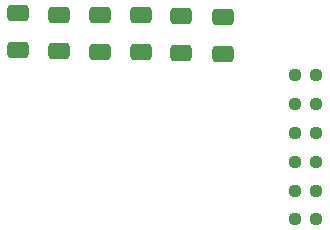
<source format=gtp>
%TF.GenerationSoftware,KiCad,Pcbnew,(6.0.4)*%
%TF.CreationDate,2022-07-25T21:25:33-05:00*%
%TF.ProjectId,SchiitBox,53636869-6974-4426-9f78-2e6b69636164,rev?*%
%TF.SameCoordinates,Original*%
%TF.FileFunction,Paste,Top*%
%TF.FilePolarity,Positive*%
%FSLAX46Y46*%
G04 Gerber Fmt 4.6, Leading zero omitted, Abs format (unit mm)*
G04 Created by KiCad (PCBNEW (6.0.4)) date 2022-07-25 21:25:33*
%MOMM*%
%LPD*%
G01*
G04 APERTURE LIST*
G04 Aperture macros list*
%AMRoundRect*
0 Rectangle with rounded corners*
0 $1 Rounding radius*
0 $2 $3 $4 $5 $6 $7 $8 $9 X,Y pos of 4 corners*
0 Add a 4 corners polygon primitive as box body*
4,1,4,$2,$3,$4,$5,$6,$7,$8,$9,$2,$3,0*
0 Add four circle primitives for the rounded corners*
1,1,$1+$1,$2,$3*
1,1,$1+$1,$4,$5*
1,1,$1+$1,$6,$7*
1,1,$1+$1,$8,$9*
0 Add four rect primitives between the rounded corners*
20,1,$1+$1,$2,$3,$4,$5,0*
20,1,$1+$1,$4,$5,$6,$7,0*
20,1,$1+$1,$6,$7,$8,$9,0*
20,1,$1+$1,$8,$9,$2,$3,0*%
G04 Aperture macros list end*
%ADD10RoundRect,0.237500X-0.250000X-0.237500X0.250000X-0.237500X0.250000X0.237500X-0.250000X0.237500X0*%
%ADD11RoundRect,0.250000X0.650000X-0.412500X0.650000X0.412500X-0.650000X0.412500X-0.650000X-0.412500X0*%
G04 APERTURE END LIST*
D10*
%TO.C,REF\u002A\u002A*%
X123387500Y-63500000D03*
X125212500Y-63500000D03*
%TD*%
%TO.C,REF\u002A\u002A*%
X125225000Y-58600000D03*
X123400000Y-58600000D03*
%TD*%
%TO.C,REF\u002A\u002A*%
X123387500Y-56200000D03*
X125212500Y-56200000D03*
%TD*%
%TO.C,REF\u002A\u002A*%
X123400000Y-53700000D03*
X125225000Y-53700000D03*
%TD*%
D11*
%TO.C,REF\u002A\u002A*%
X117300000Y-48775000D03*
X117300000Y-51900000D03*
%TD*%
%TO.C,REF\u002A\u002A*%
X110400000Y-48637500D03*
X110400000Y-51762500D03*
%TD*%
%TO.C,REF\u002A\u002A*%
X103400000Y-51725000D03*
X103400000Y-48600000D03*
%TD*%
%TO.C,REF\u002A\u002A*%
X100000000Y-51625000D03*
X100000000Y-48500000D03*
%TD*%
D10*
%TO.C,REF\u002A\u002A*%
X123387500Y-65900000D03*
X125212500Y-65900000D03*
%TD*%
D11*
%TO.C,REF\u002A\u002A*%
X106900000Y-51762500D03*
X106900000Y-48637500D03*
%TD*%
D10*
%TO.C,REF\u002A\u002A*%
X125200000Y-61100000D03*
X123375000Y-61100000D03*
%TD*%
D11*
%TO.C,REF\u002A\u002A*%
X113800000Y-51862500D03*
X113800000Y-48737500D03*
%TD*%
M02*

</source>
